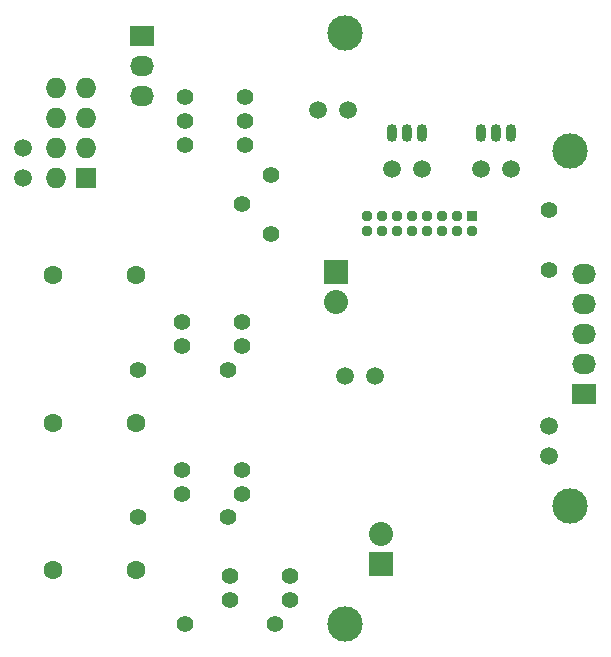
<source format=gbs>
%TF.GenerationSoftware,KiCad,Pcbnew,(2015-06-24 BZR 5814, Git a8bffb8)-product*%
%TF.CreationDate,2015-07-05T17:44:44-06:00*%
%TF.JobID,Power Monitor,506F776572204D6F6E69746F722E6B69,rev?*%
%TF.FileFunction,Soldermask,Bot*%
%FSLAX46Y46*%
G04 Gerber Fmt 4.6, Leading zero omitted, Abs format (unit mm)*
G04 Created by KiCad (PCBNEW (2015-06-24 BZR 5814, Git a8bffb8)-product) date 7/5/2015 5:44:44 PM*
%MOMM*%
G01*
G04 APERTURE LIST*
%ADD10C,0.100000*%
%ADD11C,3.000000*%
%ADD12R,1.727200X1.727200*%
%ADD13O,1.727200X1.727200*%
%ADD14R,0.939800X0.939800*%
%ADD15C,0.939800*%
%ADD16C,1.397000*%
%ADD17C,1.600000*%
%ADD18C,1.501140*%
%ADD19R,2.032000X1.727200*%
%ADD20O,2.032000X1.727200*%
%ADD21O,0.899160X1.501140*%
%ADD22R,2.032000X2.032000*%
%ADD23O,2.032000X2.032000*%
G04 APERTURE END LIST*
D10*
D11*
X143750000Y-62500000D03*
X143750000Y-112500000D03*
X162750000Y-102500000D03*
D12*
X121770000Y-74810000D03*
D13*
X119230000Y-74810000D03*
X121770000Y-72270000D03*
X119230000Y-72270000D03*
X121770000Y-69730000D03*
X119230000Y-69730000D03*
X121770000Y-67190000D03*
X119230000Y-67190000D03*
D14*
X154500000Y-78000000D03*
D15*
X154500000Y-79270000D03*
X153230000Y-78000000D03*
X153230000Y-79270000D03*
X151960000Y-78000000D03*
X151960000Y-79270000D03*
X150690000Y-78000000D03*
X150690000Y-79270000D03*
X149420000Y-78000000D03*
X149420000Y-79270000D03*
X148150000Y-78000000D03*
X148150000Y-79270000D03*
X146880000Y-78000000D03*
X146880000Y-79270000D03*
X145610000Y-78000000D03*
X145610000Y-79270000D03*
D16*
X137500000Y-79500000D03*
X135000000Y-77000000D03*
X137500000Y-74500000D03*
D17*
X126000000Y-108000000D03*
X119000000Y-108000000D03*
X126000000Y-95500000D03*
X119000000Y-95500000D03*
X126000000Y-83000000D03*
X119000000Y-83000000D03*
D16*
X161000000Y-77460000D03*
X161000000Y-82540000D03*
X135290000Y-67950000D03*
X130210000Y-67950000D03*
X135290000Y-69950000D03*
X130210000Y-69950000D03*
X133960000Y-110500000D03*
X139040000Y-110500000D03*
X133960000Y-108500000D03*
X139040000Y-108500000D03*
X129960000Y-101500000D03*
X135040000Y-101500000D03*
X129960000Y-99500000D03*
X135040000Y-99500000D03*
X129960000Y-89000000D03*
X135040000Y-89000000D03*
X129960000Y-87000000D03*
X135040000Y-87000000D03*
X135290000Y-71950000D03*
X130210000Y-71950000D03*
X137810000Y-112500000D03*
X130190000Y-112500000D03*
X133810000Y-103500000D03*
X126190000Y-103500000D03*
X133810000Y-91000000D03*
X126190000Y-91000000D03*
D18*
X141460000Y-69000000D03*
X144000000Y-69000000D03*
D19*
X126500000Y-62760000D03*
D20*
X126500000Y-65300000D03*
X126500000Y-67840000D03*
D18*
X146270000Y-91500000D03*
X143730000Y-91500000D03*
X157770000Y-74000000D03*
X155230000Y-74000000D03*
X150270000Y-74000000D03*
X147730000Y-74000000D03*
X161000000Y-95730000D03*
X161000000Y-98270000D03*
X116500000Y-74770000D03*
X116500000Y-72230000D03*
D21*
X156500000Y-71000000D03*
X157770000Y-71000000D03*
X155230000Y-71000000D03*
X149000000Y-71000000D03*
X150270000Y-71000000D03*
X147730000Y-71000000D03*
D22*
X143000000Y-82730000D03*
D23*
X143000000Y-85270000D03*
D22*
X146812000Y-107442000D03*
D23*
X146812000Y-104902000D03*
D19*
X164000000Y-93080000D03*
D20*
X164000000Y-90540000D03*
X164000000Y-88000000D03*
X164000000Y-85460000D03*
X164000000Y-82920000D03*
D11*
X162750000Y-72500000D03*
M02*

</source>
